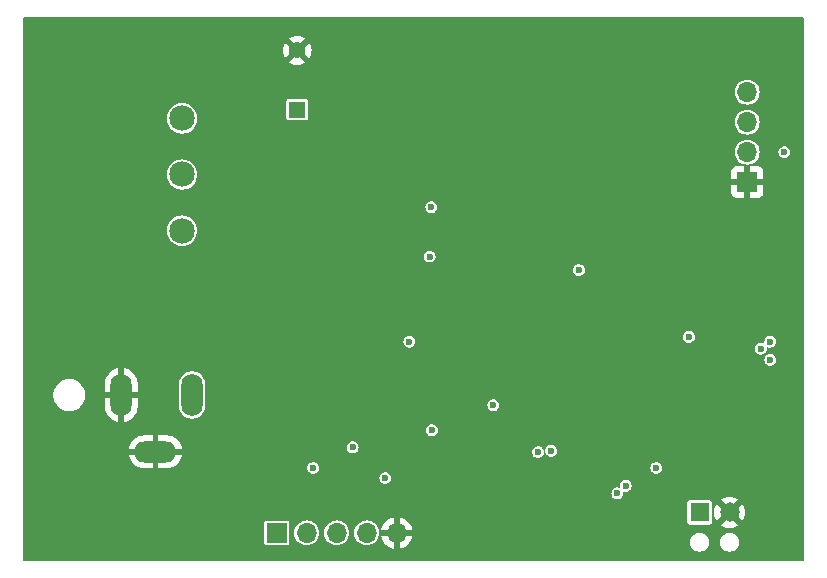
<source format=gbr>
%TF.GenerationSoftware,KiCad,Pcbnew,8.0.3-8.0.3-0~ubuntu24.04.1*%
%TF.CreationDate,2024-07-18T18:47:24-04:00*%
%TF.ProjectId,Power_Supply_Breakout,506f7765-725f-4537-9570-706c795f4272,rev?*%
%TF.SameCoordinates,Original*%
%TF.FileFunction,Copper,L3,Inr*%
%TF.FilePolarity,Positive*%
%FSLAX46Y46*%
G04 Gerber Fmt 4.6, Leading zero omitted, Abs format (unit mm)*
G04 Created by KiCad (PCBNEW 8.0.3-8.0.3-0~ubuntu24.04.1) date 2024-07-18 18:47:24*
%MOMM*%
%LPD*%
G01*
G04 APERTURE LIST*
%TA.AperFunction,ComponentPad*%
%ADD10O,1.800000X3.600000*%
%TD*%
%TA.AperFunction,ComponentPad*%
%ADD11O,3.600000X1.800000*%
%TD*%
%TA.AperFunction,ComponentPad*%
%ADD12R,1.422400X1.422400*%
%TD*%
%TA.AperFunction,ComponentPad*%
%ADD13C,1.422400*%
%TD*%
%TA.AperFunction,ComponentPad*%
%ADD14C,2.159000*%
%TD*%
%TA.AperFunction,ComponentPad*%
%ADD15R,1.700000X1.700000*%
%TD*%
%TA.AperFunction,ComponentPad*%
%ADD16O,1.700000X1.700000*%
%TD*%
%TA.AperFunction,ComponentPad*%
%ADD17R,1.650000X1.650000*%
%TD*%
%TA.AperFunction,ComponentPad*%
%ADD18C,1.650000*%
%TD*%
%TA.AperFunction,ViaPad*%
%ADD19C,0.600000*%
%TD*%
G04 APERTURE END LIST*
D10*
%TO.N,Net-(SW1-B)*%
%TO.C,J1*%
X69448000Y-86821550D03*
%TO.N,GND*%
X63448000Y-86821550D03*
D11*
X66348000Y-91621550D03*
%TD*%
D12*
%TO.N,/24V_INPUT*%
%TO.C,C1*%
X78350000Y-62650000D03*
D13*
%TO.N,GND*%
X78350000Y-57646200D03*
%TD*%
D14*
%TO.N,/24V_INPUT*%
%TO.C,SW1*%
X68600000Y-63399999D03*
%TO.N,Net-(SW1-B)*%
X68600000Y-68150000D03*
%TO.N,unconnected-(SW1-C-Pad3)*%
X68600000Y-72900000D03*
%TD*%
D15*
%TO.N,GND*%
%TO.C,J2*%
X116450000Y-68800000D03*
D16*
%TO.N,/SCL*%
X116450000Y-66260000D03*
%TO.N,/SDA*%
X116450000Y-63720000D03*
%TO.N,+3V3*%
X116450000Y-61180000D03*
%TD*%
D15*
%TO.N,+3V3*%
%TO.C,J4*%
X76610000Y-98500000D03*
D16*
%TO.N,ALERT*%
X79150000Y-98500000D03*
%TO.N,IFLAG*%
X81690000Y-98500000D03*
%TO.N,TFLAG*%
X84230000Y-98500000D03*
%TO.N,GND*%
X86770000Y-98500000D03*
%TD*%
D17*
%TO.N,/OUTPUT*%
%TO.C,J3*%
X112410000Y-96760000D03*
D18*
%TO.N,GND*%
X114950000Y-96760000D03*
%TD*%
D19*
%TO.N,GND*%
X99950000Y-94650000D03*
X98300001Y-85575100D03*
X106050000Y-66000000D03*
X105850000Y-70300000D03*
X101050000Y-80500000D03*
X106850000Y-72650000D03*
X79850000Y-79600000D03*
X105750000Y-69250000D03*
X99850001Y-85575100D03*
X93950000Y-71400000D03*
X97500001Y-87975100D03*
X85000000Y-67300000D03*
X105700000Y-67000000D03*
X88700000Y-66350000D03*
X99100001Y-87175100D03*
X99900001Y-87175100D03*
X97500001Y-85625100D03*
X97550001Y-86375100D03*
X86750000Y-73200000D03*
X102350000Y-94300000D03*
X88500000Y-73200000D03*
X118100000Y-86500000D03*
X107600000Y-84700000D03*
X106750000Y-73750000D03*
X99100001Y-86375100D03*
X92850000Y-80500000D03*
X95800000Y-80350000D03*
X106700000Y-71350000D03*
X98350001Y-87975100D03*
X92800000Y-71350000D03*
X99100001Y-87975100D03*
X98300001Y-87175100D03*
X85200000Y-72900000D03*
X105800000Y-68000000D03*
X99100001Y-85575100D03*
X107650000Y-83150000D03*
X99900001Y-86375100D03*
X76750000Y-79250000D03*
X78350000Y-80800000D03*
X94900000Y-94350000D03*
X80050000Y-66400000D03*
X116950000Y-85150000D03*
X98300001Y-86375100D03*
X97500001Y-87175100D03*
X83450000Y-67300000D03*
X92800000Y-89500000D03*
X103800000Y-94400000D03*
X82400000Y-66250000D03*
X99900001Y-87975100D03*
X118150000Y-88750000D03*
%TO.N,+3V3*%
X85800000Y-93850000D03*
X87850000Y-82300000D03*
X102187500Y-76237500D03*
%TO.N,Net-(D3-K)*%
X89550000Y-75100000D03*
X89705215Y-70916414D03*
%TO.N,TFLAG*%
X99850000Y-91550000D03*
X89750000Y-89800000D03*
%TO.N,IFLAG*%
X98750000Y-91650000D03*
X83050000Y-91250000D03*
%TO.N,/SDA*%
X118400000Y-82300000D03*
X118400000Y-83850000D03*
X106150000Y-94500000D03*
%TO.N,/SCL*%
X119600000Y-66250000D03*
X105450000Y-95150000D03*
X117600000Y-82900000D03*
%TO.N,Net-(U1-'+IN)*%
X94950001Y-87675100D03*
X111500000Y-81900000D03*
%TO.N,ALERT*%
X108750000Y-93000000D03*
X79700000Y-93000000D03*
%TD*%
%TA.AperFunction,Conductor*%
%TO.N,GND*%
G36*
X121235148Y-54864852D02*
G01*
X121249500Y-54899500D01*
X121249500Y-100800500D01*
X121235148Y-100835148D01*
X121200500Y-100849500D01*
X55199500Y-100849500D01*
X55164852Y-100835148D01*
X55150500Y-100800500D01*
X55150500Y-97630252D01*
X75559500Y-97630252D01*
X75559500Y-99369748D01*
X75571133Y-99428231D01*
X75588882Y-99454795D01*
X75615447Y-99494552D01*
X75642012Y-99512301D01*
X75681769Y-99538867D01*
X75740252Y-99550500D01*
X75740255Y-99550500D01*
X77479745Y-99550500D01*
X77479748Y-99550500D01*
X77538231Y-99538867D01*
X77604552Y-99494552D01*
X77648867Y-99428231D01*
X77660500Y-99369748D01*
X77660500Y-98500000D01*
X78094417Y-98500000D01*
X78114700Y-98705934D01*
X78174768Y-98903954D01*
X78272315Y-99086450D01*
X78403590Y-99246410D01*
X78563550Y-99377685D01*
X78746046Y-99475232D01*
X78944066Y-99535300D01*
X79150000Y-99555583D01*
X79355934Y-99535300D01*
X79553954Y-99475232D01*
X79736450Y-99377685D01*
X79896410Y-99246410D01*
X80027685Y-99086450D01*
X80125232Y-98903954D01*
X80185300Y-98705934D01*
X80205583Y-98500000D01*
X80634417Y-98500000D01*
X80654700Y-98705934D01*
X80714768Y-98903954D01*
X80812315Y-99086450D01*
X80943590Y-99246410D01*
X81103550Y-99377685D01*
X81286046Y-99475232D01*
X81484066Y-99535300D01*
X81690000Y-99555583D01*
X81895934Y-99535300D01*
X82093954Y-99475232D01*
X82276450Y-99377685D01*
X82436410Y-99246410D01*
X82567685Y-99086450D01*
X82665232Y-98903954D01*
X82725300Y-98705934D01*
X82745583Y-98500000D01*
X83174417Y-98500000D01*
X83194700Y-98705934D01*
X83254768Y-98903954D01*
X83352315Y-99086450D01*
X83483590Y-99246410D01*
X83643550Y-99377685D01*
X83826046Y-99475232D01*
X84024066Y-99535300D01*
X84230000Y-99555583D01*
X84435934Y-99535300D01*
X84633954Y-99475232D01*
X84816450Y-99377685D01*
X84976410Y-99246410D01*
X85107685Y-99086450D01*
X85205232Y-98903954D01*
X85265300Y-98705934D01*
X85285583Y-98500000D01*
X85265300Y-98294066D01*
X85251933Y-98249999D01*
X85439363Y-98249999D01*
X85439364Y-98250000D01*
X86336988Y-98250000D01*
X86304075Y-98307007D01*
X86270000Y-98434174D01*
X86270000Y-98565826D01*
X86304075Y-98692993D01*
X86336988Y-98750000D01*
X85439363Y-98750000D01*
X85496566Y-98963483D01*
X85496568Y-98963488D01*
X85596398Y-99177577D01*
X85596405Y-99177589D01*
X85731885Y-99371072D01*
X85731891Y-99371079D01*
X85898920Y-99538108D01*
X85898927Y-99538114D01*
X86092410Y-99673594D01*
X86092422Y-99673601D01*
X86306511Y-99773431D01*
X86306516Y-99773433D01*
X86520000Y-99830634D01*
X86520000Y-98933012D01*
X86577007Y-98965925D01*
X86704174Y-99000000D01*
X86835826Y-99000000D01*
X86962993Y-98965925D01*
X87020000Y-98933012D01*
X87020000Y-99830634D01*
X87233483Y-99773433D01*
X87233488Y-99773431D01*
X87447577Y-99673601D01*
X87447589Y-99673594D01*
X87641072Y-99538114D01*
X87641079Y-99538108D01*
X87808108Y-99371079D01*
X87808114Y-99371072D01*
X87913090Y-99221152D01*
X111609500Y-99221152D01*
X111609500Y-99378847D01*
X111640260Y-99533487D01*
X111640263Y-99533498D01*
X111700604Y-99679175D01*
X111700606Y-99679179D01*
X111788211Y-99810289D01*
X111899711Y-99921789D01*
X112030821Y-100009394D01*
X112176503Y-100069737D01*
X112176509Y-100069738D01*
X112176512Y-100069739D01*
X112331152Y-100100499D01*
X112331158Y-100100500D01*
X112488842Y-100100500D01*
X112643497Y-100069737D01*
X112789179Y-100009394D01*
X112920289Y-99921789D01*
X113031789Y-99810289D01*
X113119394Y-99679179D01*
X113179737Y-99533497D01*
X113210500Y-99378842D01*
X113210500Y-99221158D01*
X113210499Y-99221152D01*
X114149500Y-99221152D01*
X114149500Y-99378847D01*
X114180260Y-99533487D01*
X114180263Y-99533498D01*
X114240604Y-99679175D01*
X114240606Y-99679179D01*
X114328211Y-99810289D01*
X114439711Y-99921789D01*
X114570821Y-100009394D01*
X114716503Y-100069737D01*
X114716509Y-100069738D01*
X114716512Y-100069739D01*
X114871152Y-100100499D01*
X114871158Y-100100500D01*
X115028842Y-100100500D01*
X115183497Y-100069737D01*
X115329179Y-100009394D01*
X115460289Y-99921789D01*
X115571789Y-99810289D01*
X115659394Y-99679179D01*
X115719737Y-99533497D01*
X115750500Y-99378842D01*
X115750500Y-99221158D01*
X115719737Y-99066503D01*
X115659394Y-98920821D01*
X115571789Y-98789711D01*
X115460289Y-98678211D01*
X115329179Y-98590606D01*
X115329176Y-98590604D01*
X115329175Y-98590604D01*
X115183498Y-98530263D01*
X115183487Y-98530260D01*
X115028847Y-98499500D01*
X115028842Y-98499500D01*
X114871158Y-98499500D01*
X114871152Y-98499500D01*
X114716512Y-98530260D01*
X114716501Y-98530263D01*
X114570824Y-98590604D01*
X114439711Y-98678210D01*
X114328210Y-98789711D01*
X114240604Y-98920824D01*
X114180263Y-99066501D01*
X114180260Y-99066512D01*
X114149500Y-99221152D01*
X113210499Y-99221152D01*
X113179737Y-99066503D01*
X113119394Y-98920821D01*
X113031789Y-98789711D01*
X112920289Y-98678211D01*
X112789179Y-98590606D01*
X112789176Y-98590604D01*
X112789175Y-98590604D01*
X112643498Y-98530263D01*
X112643487Y-98530260D01*
X112488847Y-98499500D01*
X112488842Y-98499500D01*
X112331158Y-98499500D01*
X112331152Y-98499500D01*
X112176512Y-98530260D01*
X112176501Y-98530263D01*
X112030824Y-98590604D01*
X111899711Y-98678210D01*
X111788210Y-98789711D01*
X111700604Y-98920824D01*
X111640263Y-99066501D01*
X111640260Y-99066512D01*
X111609500Y-99221152D01*
X87913090Y-99221152D01*
X87943594Y-99177589D01*
X87943601Y-99177577D01*
X88043431Y-98963488D01*
X88043433Y-98963483D01*
X88100636Y-98750000D01*
X87203012Y-98750000D01*
X87235925Y-98692993D01*
X87270000Y-98565826D01*
X87270000Y-98434174D01*
X87235925Y-98307007D01*
X87203012Y-98250000D01*
X88100636Y-98250000D01*
X88100636Y-98249999D01*
X88043433Y-98036516D01*
X88043432Y-98036511D01*
X87943601Y-97822423D01*
X87943594Y-97822411D01*
X87808114Y-97628927D01*
X87808108Y-97628920D01*
X87641079Y-97461891D01*
X87641072Y-97461885D01*
X87447589Y-97326405D01*
X87447577Y-97326398D01*
X87233488Y-97226568D01*
X87233483Y-97226566D01*
X87020000Y-97169363D01*
X87020000Y-98066988D01*
X86962993Y-98034075D01*
X86835826Y-98000000D01*
X86704174Y-98000000D01*
X86577007Y-98034075D01*
X86520000Y-98066988D01*
X86520000Y-97169363D01*
X86519999Y-97169363D01*
X86306516Y-97226566D01*
X86306511Y-97226567D01*
X86092423Y-97326398D01*
X86092411Y-97326405D01*
X85898927Y-97461885D01*
X85898920Y-97461891D01*
X85731891Y-97628920D01*
X85731885Y-97628927D01*
X85596405Y-97822411D01*
X85596398Y-97822423D01*
X85496567Y-98036511D01*
X85496566Y-98036516D01*
X85439363Y-98249999D01*
X85251933Y-98249999D01*
X85205232Y-98096046D01*
X85107685Y-97913550D01*
X84976410Y-97753590D01*
X84816450Y-97622315D01*
X84633954Y-97524768D01*
X84435934Y-97464700D01*
X84230000Y-97444417D01*
X84024065Y-97464700D01*
X84024064Y-97464700D01*
X83826043Y-97524769D01*
X83643548Y-97622316D01*
X83483590Y-97753590D01*
X83352316Y-97913548D01*
X83254769Y-98096043D01*
X83194700Y-98294064D01*
X83194700Y-98294065D01*
X83194700Y-98294066D01*
X83174417Y-98500000D01*
X82745583Y-98500000D01*
X82725300Y-98294066D01*
X82665232Y-98096046D01*
X82567685Y-97913550D01*
X82436410Y-97753590D01*
X82276450Y-97622315D01*
X82093954Y-97524768D01*
X81895934Y-97464700D01*
X81690000Y-97444417D01*
X81484065Y-97464700D01*
X81484064Y-97464700D01*
X81286043Y-97524769D01*
X81103548Y-97622316D01*
X80943590Y-97753590D01*
X80812316Y-97913548D01*
X80714769Y-98096043D01*
X80654700Y-98294064D01*
X80654700Y-98294065D01*
X80654700Y-98294066D01*
X80634417Y-98500000D01*
X80205583Y-98500000D01*
X80185300Y-98294066D01*
X80125232Y-98096046D01*
X80027685Y-97913550D01*
X79896410Y-97753590D01*
X79736450Y-97622315D01*
X79553954Y-97524768D01*
X79355934Y-97464700D01*
X79150000Y-97444417D01*
X78944065Y-97464700D01*
X78944064Y-97464700D01*
X78746043Y-97524769D01*
X78563548Y-97622316D01*
X78403590Y-97753590D01*
X78272316Y-97913548D01*
X78174769Y-98096043D01*
X78114700Y-98294064D01*
X78114700Y-98294065D01*
X78114700Y-98294066D01*
X78094417Y-98500000D01*
X77660500Y-98500000D01*
X77660500Y-97630252D01*
X77648867Y-97571769D01*
X77617462Y-97524769D01*
X77604552Y-97505447D01*
X77543569Y-97464700D01*
X77538231Y-97461133D01*
X77479748Y-97449500D01*
X75740252Y-97449500D01*
X75681769Y-97461133D01*
X75615447Y-97505447D01*
X75571133Y-97571769D01*
X75559500Y-97630252D01*
X55150500Y-97630252D01*
X55150500Y-95915252D01*
X111384500Y-95915252D01*
X111384500Y-97604748D01*
X111396133Y-97663231D01*
X111413882Y-97689795D01*
X111440447Y-97729552D01*
X111467012Y-97747301D01*
X111506769Y-97773867D01*
X111565252Y-97785500D01*
X111565255Y-97785500D01*
X113254745Y-97785500D01*
X113254748Y-97785500D01*
X113313231Y-97773867D01*
X113379552Y-97729552D01*
X113423867Y-97663231D01*
X113435500Y-97604748D01*
X113435500Y-96760000D01*
X113619939Y-96760000D01*
X113640146Y-96990965D01*
X113640147Y-96990971D01*
X113700148Y-97214902D01*
X113700150Y-97214906D01*
X113798131Y-97425029D01*
X113798138Y-97425041D01*
X113853021Y-97503421D01*
X113853023Y-97503421D01*
X114426212Y-96930233D01*
X114437482Y-96972292D01*
X114509890Y-97097708D01*
X114612292Y-97200110D01*
X114737708Y-97272518D01*
X114779765Y-97283787D01*
X114206577Y-97856974D01*
X114206577Y-97856977D01*
X114284961Y-97911861D01*
X114284977Y-97911870D01*
X114495093Y-98009849D01*
X114495097Y-98009851D01*
X114719028Y-98069852D01*
X114719034Y-98069853D01*
X114950000Y-98090060D01*
X115180965Y-98069853D01*
X115180971Y-98069852D01*
X115404902Y-98009851D01*
X115404906Y-98009849D01*
X115615022Y-97911870D01*
X115615032Y-97911865D01*
X115693421Y-97856975D01*
X115693421Y-97856974D01*
X115120234Y-97283787D01*
X115162292Y-97272518D01*
X115287708Y-97200110D01*
X115390110Y-97097708D01*
X115462518Y-96972292D01*
X115473787Y-96930234D01*
X116046974Y-97503421D01*
X116046975Y-97503421D01*
X116101865Y-97425032D01*
X116101870Y-97425022D01*
X116199849Y-97214906D01*
X116199851Y-97214902D01*
X116259852Y-96990971D01*
X116259853Y-96990965D01*
X116280060Y-96760000D01*
X116259853Y-96529034D01*
X116259852Y-96529028D01*
X116199851Y-96305099D01*
X116199850Y-96305094D01*
X116101868Y-96094971D01*
X116101860Y-96094959D01*
X116046977Y-96016577D01*
X116046975Y-96016577D01*
X115473787Y-96589765D01*
X115462518Y-96547708D01*
X115390110Y-96422292D01*
X115287708Y-96319890D01*
X115162292Y-96247482D01*
X115120232Y-96236211D01*
X115693421Y-95663023D01*
X115693421Y-95663021D01*
X115615041Y-95608138D01*
X115615029Y-95608131D01*
X115404906Y-95510150D01*
X115404902Y-95510148D01*
X115180971Y-95450147D01*
X115180965Y-95450146D01*
X114950000Y-95429939D01*
X114719034Y-95450146D01*
X114719028Y-95450147D01*
X114495099Y-95510148D01*
X114495094Y-95510149D01*
X114284973Y-95608131D01*
X114284971Y-95608132D01*
X114206577Y-95663023D01*
X114779766Y-96236212D01*
X114737708Y-96247482D01*
X114612292Y-96319890D01*
X114509890Y-96422292D01*
X114437482Y-96547708D01*
X114426212Y-96589766D01*
X113853023Y-96016577D01*
X113798132Y-96094971D01*
X113798131Y-96094973D01*
X113700149Y-96305094D01*
X113700148Y-96305099D01*
X113640147Y-96529028D01*
X113640146Y-96529034D01*
X113619939Y-96760000D01*
X113435500Y-96760000D01*
X113435500Y-95915252D01*
X113423867Y-95856769D01*
X113397301Y-95817012D01*
X113379552Y-95790447D01*
X113339795Y-95763882D01*
X113313231Y-95746133D01*
X113254748Y-95734500D01*
X111565252Y-95734500D01*
X111506769Y-95746133D01*
X111440447Y-95790447D01*
X111396133Y-95856769D01*
X111384500Y-95915252D01*
X55150500Y-95915252D01*
X55150500Y-95149997D01*
X104944353Y-95149997D01*
X104944353Y-95150002D01*
X104964833Y-95292454D01*
X104996935Y-95362746D01*
X105024623Y-95423373D01*
X105024624Y-95423374D01*
X105024625Y-95423376D01*
X105099813Y-95510148D01*
X105118872Y-95532143D01*
X105239947Y-95609953D01*
X105316785Y-95632514D01*
X105378034Y-95650499D01*
X105378037Y-95650499D01*
X105378039Y-95650500D01*
X105378040Y-95650500D01*
X105521960Y-95650500D01*
X105521961Y-95650500D01*
X105521963Y-95650499D01*
X105521965Y-95650499D01*
X105544795Y-95643795D01*
X105660053Y-95609953D01*
X105781128Y-95532143D01*
X105875377Y-95423373D01*
X105935165Y-95292457D01*
X105935165Y-95292455D01*
X105935166Y-95292454D01*
X105955647Y-95150002D01*
X105955647Y-95149998D01*
X105952061Y-95125060D01*
X105938660Y-95031856D01*
X105947934Y-94995521D01*
X105980187Y-94976384D01*
X106000966Y-94977870D01*
X106078034Y-95000499D01*
X106078037Y-95000499D01*
X106078039Y-95000500D01*
X106078040Y-95000500D01*
X106221960Y-95000500D01*
X106221961Y-95000500D01*
X106221963Y-95000499D01*
X106221965Y-95000499D01*
X106244795Y-94993795D01*
X106360053Y-94959953D01*
X106481128Y-94882143D01*
X106575377Y-94773373D01*
X106635165Y-94642457D01*
X106635165Y-94642455D01*
X106635166Y-94642454D01*
X106655647Y-94500002D01*
X106655647Y-94499997D01*
X106635166Y-94357545D01*
X106613431Y-94309953D01*
X106575377Y-94226627D01*
X106481128Y-94117857D01*
X106360053Y-94040047D01*
X106360050Y-94040046D01*
X106221965Y-93999500D01*
X106221961Y-93999500D01*
X106078039Y-93999500D01*
X106078034Y-93999500D01*
X105939949Y-94040046D01*
X105818871Y-94117857D01*
X105724625Y-94226623D01*
X105724624Y-94226625D01*
X105664833Y-94357545D01*
X105644353Y-94499997D01*
X105644353Y-94500002D01*
X105661338Y-94618141D01*
X105652063Y-94654479D01*
X105619810Y-94673615D01*
X105599032Y-94672129D01*
X105521965Y-94649500D01*
X105521961Y-94649500D01*
X105378039Y-94649500D01*
X105378034Y-94649500D01*
X105239949Y-94690046D01*
X105118871Y-94767857D01*
X105024625Y-94876623D01*
X105024624Y-94876625D01*
X104964833Y-95007545D01*
X104944353Y-95149997D01*
X55150500Y-95149997D01*
X55150500Y-93849997D01*
X85294353Y-93849997D01*
X85294353Y-93850002D01*
X85314833Y-93992454D01*
X85318051Y-93999500D01*
X85374623Y-94123373D01*
X85374624Y-94123374D01*
X85374625Y-94123376D01*
X85464089Y-94226623D01*
X85468872Y-94232143D01*
X85589947Y-94309953D01*
X85666785Y-94332514D01*
X85728034Y-94350499D01*
X85728037Y-94350499D01*
X85728039Y-94350500D01*
X85728040Y-94350500D01*
X85871960Y-94350500D01*
X85871961Y-94350500D01*
X85871963Y-94350499D01*
X85871965Y-94350499D01*
X85894795Y-94343795D01*
X86010053Y-94309953D01*
X86131128Y-94232143D01*
X86225377Y-94123373D01*
X86285165Y-93992457D01*
X86285165Y-93992455D01*
X86285166Y-93992454D01*
X86305647Y-93850002D01*
X86305647Y-93849997D01*
X86285166Y-93707545D01*
X86280751Y-93697879D01*
X86225377Y-93576627D01*
X86131128Y-93467857D01*
X86010053Y-93390047D01*
X86010050Y-93390046D01*
X85871965Y-93349500D01*
X85871961Y-93349500D01*
X85728039Y-93349500D01*
X85728034Y-93349500D01*
X85589949Y-93390046D01*
X85468871Y-93467857D01*
X85374625Y-93576623D01*
X85374624Y-93576625D01*
X85314833Y-93707545D01*
X85294353Y-93849997D01*
X55150500Y-93849997D01*
X55150500Y-91371549D01*
X64070144Y-91371549D01*
X64070145Y-91371550D01*
X64932314Y-91371550D01*
X64927920Y-91375944D01*
X64875259Y-91467156D01*
X64848000Y-91568889D01*
X64848000Y-91674211D01*
X64875259Y-91775944D01*
X64927920Y-91867156D01*
X64932314Y-91871550D01*
X64070145Y-91871550D01*
X64082472Y-91949381D01*
X64082473Y-91949384D01*
X64150568Y-92158961D01*
X64250613Y-92355309D01*
X64380141Y-92533590D01*
X64380145Y-92533595D01*
X64535955Y-92689405D01*
X64535959Y-92689408D01*
X64714240Y-92818936D01*
X64910588Y-92918981D01*
X65120165Y-92987076D01*
X65120168Y-92987077D01*
X65337819Y-93021550D01*
X66098000Y-93021550D01*
X66098000Y-92021550D01*
X66598000Y-92021550D01*
X66598000Y-93021550D01*
X67358181Y-93021550D01*
X67494259Y-92999997D01*
X79194353Y-92999997D01*
X79194353Y-93000002D01*
X79214833Y-93142454D01*
X79246935Y-93212746D01*
X79274623Y-93273373D01*
X79274624Y-93273374D01*
X79274625Y-93273376D01*
X79340587Y-93349500D01*
X79368872Y-93382143D01*
X79489947Y-93459953D01*
X79566785Y-93482514D01*
X79628034Y-93500499D01*
X79628037Y-93500499D01*
X79628039Y-93500500D01*
X79628040Y-93500500D01*
X79771960Y-93500500D01*
X79771961Y-93500500D01*
X79771963Y-93500499D01*
X79771965Y-93500499D01*
X79794795Y-93493795D01*
X79910053Y-93459953D01*
X80031128Y-93382143D01*
X80125377Y-93273373D01*
X80185165Y-93142457D01*
X80185165Y-93142455D01*
X80185166Y-93142454D01*
X80205647Y-93000002D01*
X80205647Y-92999997D01*
X108244353Y-92999997D01*
X108244353Y-93000002D01*
X108264833Y-93142454D01*
X108296935Y-93212746D01*
X108324623Y-93273373D01*
X108324624Y-93273374D01*
X108324625Y-93273376D01*
X108390587Y-93349500D01*
X108418872Y-93382143D01*
X108539947Y-93459953D01*
X108616785Y-93482514D01*
X108678034Y-93500499D01*
X108678037Y-93500499D01*
X108678039Y-93500500D01*
X108678040Y-93500500D01*
X108821960Y-93500500D01*
X108821961Y-93500500D01*
X108821963Y-93500499D01*
X108821965Y-93500499D01*
X108844795Y-93493795D01*
X108960053Y-93459953D01*
X109081128Y-93382143D01*
X109175377Y-93273373D01*
X109235165Y-93142457D01*
X109235165Y-93142455D01*
X109235166Y-93142454D01*
X109255647Y-93000002D01*
X109255647Y-92999997D01*
X109235166Y-92857545D01*
X109230751Y-92847879D01*
X109175377Y-92726627D01*
X109143124Y-92689405D01*
X109081128Y-92617857D01*
X108960053Y-92540047D01*
X108960050Y-92540046D01*
X108821965Y-92499500D01*
X108821961Y-92499500D01*
X108678039Y-92499500D01*
X108678034Y-92499500D01*
X108539949Y-92540046D01*
X108418871Y-92617857D01*
X108324625Y-92726623D01*
X108324624Y-92726625D01*
X108264833Y-92857545D01*
X108244353Y-92999997D01*
X80205647Y-92999997D01*
X80185166Y-92857545D01*
X80180751Y-92847879D01*
X80125377Y-92726627D01*
X80093124Y-92689405D01*
X80031128Y-92617857D01*
X79910053Y-92540047D01*
X79910050Y-92540046D01*
X79771965Y-92499500D01*
X79771961Y-92499500D01*
X79628039Y-92499500D01*
X79628034Y-92499500D01*
X79489949Y-92540046D01*
X79368871Y-92617857D01*
X79274625Y-92726623D01*
X79274624Y-92726625D01*
X79214833Y-92857545D01*
X79194353Y-92999997D01*
X67494259Y-92999997D01*
X67575831Y-92987077D01*
X67575834Y-92987076D01*
X67785411Y-92918981D01*
X67981759Y-92818936D01*
X68160040Y-92689408D01*
X68160045Y-92689405D01*
X68315855Y-92533595D01*
X68315858Y-92533590D01*
X68445386Y-92355309D01*
X68545431Y-92158961D01*
X68613526Y-91949384D01*
X68613527Y-91949381D01*
X68625855Y-91871550D01*
X67763686Y-91871550D01*
X67768080Y-91867156D01*
X67820741Y-91775944D01*
X67848000Y-91674211D01*
X67848000Y-91568889D01*
X67820741Y-91467156D01*
X67768080Y-91375944D01*
X67763686Y-91371550D01*
X68625855Y-91371550D01*
X68625855Y-91371549D01*
X68613527Y-91293718D01*
X68613526Y-91293715D01*
X68599321Y-91249997D01*
X82544353Y-91249997D01*
X82544353Y-91250002D01*
X82564833Y-91392454D01*
X82596935Y-91462746D01*
X82624623Y-91523373D01*
X82624624Y-91523374D01*
X82624625Y-91523376D01*
X82718871Y-91632142D01*
X82718872Y-91632143D01*
X82839947Y-91709953D01*
X82916785Y-91732514D01*
X82978034Y-91750499D01*
X82978037Y-91750499D01*
X82978039Y-91750500D01*
X82978040Y-91750500D01*
X83121960Y-91750500D01*
X83121961Y-91750500D01*
X83121963Y-91750499D01*
X83121965Y-91750499D01*
X83144795Y-91743795D01*
X83260053Y-91709953D01*
X83353347Y-91649997D01*
X98244353Y-91649997D01*
X98244353Y-91650002D01*
X98264833Y-91792454D01*
X98278954Y-91823373D01*
X98324623Y-91923373D01*
X98324624Y-91923374D01*
X98324625Y-91923376D01*
X98347161Y-91949384D01*
X98418872Y-92032143D01*
X98539947Y-92109953D01*
X98616785Y-92132514D01*
X98678034Y-92150499D01*
X98678037Y-92150499D01*
X98678039Y-92150500D01*
X98678040Y-92150500D01*
X98821960Y-92150500D01*
X98821961Y-92150500D01*
X98821963Y-92150499D01*
X98821965Y-92150499D01*
X98844795Y-92143795D01*
X98960053Y-92109953D01*
X99081128Y-92032143D01*
X99175377Y-91923373D01*
X99235165Y-91792457D01*
X99235165Y-91792455D01*
X99235166Y-91792454D01*
X99255647Y-91650002D01*
X99255647Y-91649997D01*
X99241270Y-91549997D01*
X99344353Y-91549997D01*
X99344353Y-91550002D01*
X99364833Y-91692454D01*
X99372825Y-91709953D01*
X99424623Y-91823373D01*
X99424624Y-91823374D01*
X99424625Y-91823376D01*
X99466368Y-91871550D01*
X99518872Y-91932143D01*
X99639947Y-92009953D01*
X99715517Y-92032142D01*
X99778034Y-92050499D01*
X99778037Y-92050499D01*
X99778039Y-92050500D01*
X99778040Y-92050500D01*
X99921960Y-92050500D01*
X99921961Y-92050500D01*
X99921963Y-92050499D01*
X99921965Y-92050499D01*
X99944795Y-92043795D01*
X100060053Y-92009953D01*
X100181128Y-91932143D01*
X100275377Y-91823373D01*
X100335165Y-91692457D01*
X100335165Y-91692455D01*
X100335166Y-91692454D01*
X100355647Y-91550002D01*
X100355647Y-91549997D01*
X100335166Y-91407545D01*
X100318727Y-91371549D01*
X100275377Y-91276627D01*
X100252306Y-91250002D01*
X100181128Y-91167857D01*
X100152564Y-91149500D01*
X100060053Y-91090047D01*
X100039929Y-91084138D01*
X99921965Y-91049500D01*
X99921961Y-91049500D01*
X99778039Y-91049500D01*
X99778034Y-91049500D01*
X99639949Y-91090046D01*
X99518871Y-91167857D01*
X99424625Y-91276623D01*
X99424624Y-91276625D01*
X99364833Y-91407545D01*
X99344353Y-91549997D01*
X99241270Y-91549997D01*
X99235166Y-91507545D01*
X99230751Y-91497879D01*
X99175377Y-91376627D01*
X99174785Y-91375944D01*
X99081128Y-91267857D01*
X99053337Y-91249997D01*
X98960053Y-91190047D01*
X98960050Y-91190046D01*
X98821965Y-91149500D01*
X98821961Y-91149500D01*
X98678039Y-91149500D01*
X98678034Y-91149500D01*
X98539949Y-91190046D01*
X98418871Y-91267857D01*
X98324625Y-91376623D01*
X98324624Y-91376625D01*
X98264833Y-91507545D01*
X98244353Y-91649997D01*
X83353347Y-91649997D01*
X83381128Y-91632143D01*
X83475377Y-91523373D01*
X83535165Y-91392457D01*
X83535165Y-91392455D01*
X83535166Y-91392454D01*
X83555647Y-91250002D01*
X83555647Y-91249997D01*
X83535166Y-91107545D01*
X83508657Y-91049500D01*
X83475377Y-90976627D01*
X83381128Y-90867857D01*
X83260053Y-90790047D01*
X83260050Y-90790046D01*
X83121965Y-90749500D01*
X83121961Y-90749500D01*
X82978039Y-90749500D01*
X82978034Y-90749500D01*
X82839949Y-90790046D01*
X82718871Y-90867857D01*
X82624625Y-90976623D01*
X82624624Y-90976625D01*
X82564833Y-91107545D01*
X82544353Y-91249997D01*
X68599321Y-91249997D01*
X68545431Y-91084138D01*
X68445386Y-90887790D01*
X68315858Y-90709509D01*
X68315855Y-90709505D01*
X68160045Y-90553695D01*
X68160040Y-90553691D01*
X67981759Y-90424163D01*
X67785411Y-90324118D01*
X67575834Y-90256023D01*
X67575831Y-90256022D01*
X67358181Y-90221550D01*
X66598000Y-90221550D01*
X66598000Y-91221550D01*
X66098000Y-91221550D01*
X66098000Y-90221550D01*
X65337819Y-90221550D01*
X65120168Y-90256022D01*
X65120165Y-90256023D01*
X64910588Y-90324118D01*
X64714240Y-90424163D01*
X64535959Y-90553691D01*
X64380141Y-90709509D01*
X64250613Y-90887790D01*
X64150568Y-91084138D01*
X64082473Y-91293715D01*
X64082472Y-91293718D01*
X64070144Y-91371549D01*
X55150500Y-91371549D01*
X55150500Y-89799997D01*
X89244353Y-89799997D01*
X89244353Y-89800002D01*
X89264833Y-89942454D01*
X89296935Y-90012746D01*
X89324623Y-90073373D01*
X89324624Y-90073374D01*
X89324625Y-90073376D01*
X89418871Y-90182142D01*
X89418872Y-90182143D01*
X89539947Y-90259953D01*
X89616785Y-90282514D01*
X89678034Y-90300499D01*
X89678037Y-90300499D01*
X89678039Y-90300500D01*
X89678040Y-90300500D01*
X89821960Y-90300500D01*
X89821961Y-90300500D01*
X89821963Y-90300499D01*
X89821965Y-90300499D01*
X89844795Y-90293795D01*
X89960053Y-90259953D01*
X90081128Y-90182143D01*
X90175377Y-90073373D01*
X90235165Y-89942457D01*
X90235165Y-89942455D01*
X90235166Y-89942454D01*
X90255647Y-89800002D01*
X90255647Y-89799997D01*
X90235166Y-89657545D01*
X90230751Y-89647879D01*
X90175377Y-89526627D01*
X90081128Y-89417857D01*
X89960053Y-89340047D01*
X89960050Y-89340046D01*
X89821965Y-89299500D01*
X89821961Y-89299500D01*
X89678039Y-89299500D01*
X89678034Y-89299500D01*
X89539949Y-89340046D01*
X89418871Y-89417857D01*
X89324625Y-89526623D01*
X89324624Y-89526625D01*
X89264833Y-89657545D01*
X89244353Y-89799997D01*
X55150500Y-89799997D01*
X55150500Y-86715263D01*
X57697500Y-86715263D01*
X57697500Y-86927836D01*
X57730753Y-87137790D01*
X57730754Y-87137793D01*
X57796443Y-87339963D01*
X57892947Y-87529363D01*
X57892952Y-87529371D01*
X58017897Y-87701343D01*
X58017901Y-87701348D01*
X58168202Y-87851649D01*
X58168206Y-87851652D01*
X58168208Y-87851654D01*
X58340184Y-87976601D01*
X58529588Y-88073107D01*
X58731757Y-88138796D01*
X58941713Y-88172050D01*
X58941714Y-88172050D01*
X59154286Y-88172050D01*
X59154287Y-88172050D01*
X59364243Y-88138796D01*
X59566412Y-88073107D01*
X59755816Y-87976601D01*
X59927792Y-87851654D01*
X59927795Y-87851650D01*
X59927798Y-87851649D01*
X60078099Y-87701348D01*
X60078100Y-87701345D01*
X60078104Y-87701342D01*
X60203051Y-87529366D01*
X60299557Y-87339962D01*
X60365246Y-87137793D01*
X60398500Y-86927837D01*
X60398500Y-86715263D01*
X60365246Y-86505307D01*
X60299557Y-86303138D01*
X60203051Y-86113734D01*
X60078104Y-85941758D01*
X60078102Y-85941756D01*
X60078099Y-85941752D01*
X59947715Y-85811368D01*
X62048000Y-85811368D01*
X62048000Y-86571550D01*
X63048000Y-86571550D01*
X63048000Y-87071550D01*
X62048000Y-87071550D01*
X62048000Y-87831731D01*
X62082472Y-88049381D01*
X62082473Y-88049384D01*
X62150568Y-88258961D01*
X62250613Y-88455309D01*
X62380141Y-88633590D01*
X62380145Y-88633595D01*
X62535955Y-88789405D01*
X62535959Y-88789408D01*
X62714240Y-88918936D01*
X62910588Y-89018981D01*
X63120165Y-89087077D01*
X63197999Y-89099403D01*
X63198000Y-89099403D01*
X63198000Y-88237236D01*
X63202394Y-88241630D01*
X63293606Y-88294291D01*
X63395339Y-88321550D01*
X63500661Y-88321550D01*
X63602394Y-88294291D01*
X63693606Y-88241630D01*
X63698000Y-88237236D01*
X63698000Y-89099403D01*
X63775834Y-89087077D01*
X63985411Y-89018981D01*
X64181759Y-88918936D01*
X64360040Y-88789408D01*
X64360045Y-88789405D01*
X64515855Y-88633595D01*
X64515858Y-88633590D01*
X64645386Y-88455309D01*
X64745431Y-88258961D01*
X64813526Y-88049384D01*
X64813527Y-88049381D01*
X64848000Y-87831731D01*
X64848000Y-87071550D01*
X63848000Y-87071550D01*
X63848000Y-86571550D01*
X64848000Y-86571550D01*
X64848000Y-85834939D01*
X68347500Y-85834939D01*
X68347500Y-87808160D01*
X68374597Y-87979248D01*
X68374598Y-87979251D01*
X68428127Y-88143996D01*
X68506764Y-88298332D01*
X68506767Y-88298336D01*
X68506768Y-88298338D01*
X68608586Y-88438478D01*
X68608588Y-88438480D01*
X68608591Y-88438484D01*
X68731065Y-88560958D01*
X68731068Y-88560960D01*
X68731072Y-88560964D01*
X68871212Y-88662782D01*
X68871214Y-88662783D01*
X68871217Y-88662785D01*
X69025553Y-88741422D01*
X69025555Y-88741423D01*
X69190299Y-88794952D01*
X69361389Y-88822050D01*
X69361390Y-88822050D01*
X69534610Y-88822050D01*
X69534611Y-88822050D01*
X69705701Y-88794952D01*
X69870445Y-88741423D01*
X70024788Y-88662782D01*
X70164928Y-88560964D01*
X70287414Y-88438478D01*
X70389232Y-88298338D01*
X70467873Y-88143995D01*
X70521402Y-87979251D01*
X70548500Y-87808161D01*
X70548500Y-87675097D01*
X94444354Y-87675097D01*
X94444354Y-87675102D01*
X94464834Y-87817554D01*
X94496936Y-87887846D01*
X94524624Y-87948473D01*
X94524625Y-87948474D01*
X94524626Y-87948476D01*
X94612063Y-88049384D01*
X94618873Y-88057243D01*
X94739948Y-88135053D01*
X94816786Y-88157614D01*
X94878035Y-88175599D01*
X94878038Y-88175599D01*
X94878040Y-88175600D01*
X94878041Y-88175600D01*
X95021961Y-88175600D01*
X95021962Y-88175600D01*
X95021964Y-88175599D01*
X95021966Y-88175599D01*
X95050720Y-88167156D01*
X95160054Y-88135053D01*
X95281129Y-88057243D01*
X95375378Y-87948473D01*
X95435166Y-87817557D01*
X95435166Y-87817555D01*
X95435167Y-87817554D01*
X95455648Y-87675102D01*
X95455648Y-87675097D01*
X95435167Y-87532645D01*
X95430752Y-87522979D01*
X95375378Y-87401727D01*
X95281129Y-87292957D01*
X95160054Y-87215147D01*
X95160051Y-87215146D01*
X95021966Y-87174600D01*
X95021962Y-87174600D01*
X94878040Y-87174600D01*
X94878035Y-87174600D01*
X94739950Y-87215146D01*
X94618872Y-87292957D01*
X94524626Y-87401723D01*
X94524625Y-87401725D01*
X94464834Y-87532645D01*
X94444354Y-87675097D01*
X70548500Y-87675097D01*
X70548500Y-85834939D01*
X70521402Y-85663849D01*
X70467873Y-85499105D01*
X70389232Y-85344762D01*
X70287414Y-85204622D01*
X70287410Y-85204618D01*
X70287408Y-85204615D01*
X70164934Y-85082141D01*
X70164935Y-85082141D01*
X70024782Y-84980314D01*
X69870446Y-84901677D01*
X69705701Y-84848148D01*
X69705698Y-84848147D01*
X69574271Y-84827331D01*
X69534611Y-84821050D01*
X69361389Y-84821050D01*
X69329192Y-84826149D01*
X69190301Y-84848147D01*
X69190298Y-84848148D01*
X69025553Y-84901677D01*
X68871217Y-84980314D01*
X68731065Y-85082141D01*
X68608591Y-85204615D01*
X68506764Y-85344767D01*
X68428127Y-85499103D01*
X68374598Y-85663848D01*
X68374597Y-85663851D01*
X68347500Y-85834939D01*
X64848000Y-85834939D01*
X64848000Y-85811368D01*
X64813527Y-85593718D01*
X64813526Y-85593715D01*
X64745431Y-85384138D01*
X64645386Y-85187790D01*
X64515858Y-85009509D01*
X64515855Y-85009505D01*
X64360045Y-84853695D01*
X64360040Y-84853691D01*
X64181759Y-84724163D01*
X63985411Y-84624118D01*
X63775834Y-84556023D01*
X63775831Y-84556022D01*
X63698000Y-84543694D01*
X63698000Y-85405864D01*
X63693606Y-85401470D01*
X63602394Y-85348809D01*
X63500661Y-85321550D01*
X63395339Y-85321550D01*
X63293606Y-85348809D01*
X63202394Y-85401470D01*
X63198000Y-85405864D01*
X63198000Y-84543694D01*
X63197999Y-84543694D01*
X63120168Y-84556022D01*
X63120165Y-84556023D01*
X62910588Y-84624118D01*
X62714240Y-84724163D01*
X62535959Y-84853691D01*
X62380141Y-85009509D01*
X62250613Y-85187790D01*
X62150568Y-85384138D01*
X62082473Y-85593715D01*
X62082472Y-85593718D01*
X62048000Y-85811368D01*
X59947715Y-85811368D01*
X59927798Y-85791451D01*
X59927793Y-85791447D01*
X59755821Y-85666502D01*
X59755813Y-85666497D01*
X59566413Y-85569993D01*
X59364243Y-85504304D01*
X59364240Y-85504303D01*
X59185186Y-85475944D01*
X59154287Y-85471050D01*
X58941713Y-85471050D01*
X58910814Y-85475944D01*
X58731759Y-85504303D01*
X58731756Y-85504304D01*
X58529586Y-85569993D01*
X58340186Y-85666497D01*
X58340178Y-85666502D01*
X58168206Y-85791447D01*
X58017897Y-85941756D01*
X57892952Y-86113728D01*
X57892947Y-86113736D01*
X57796443Y-86303136D01*
X57730754Y-86505306D01*
X57730753Y-86505309D01*
X57697500Y-86715263D01*
X55150500Y-86715263D01*
X55150500Y-83849997D01*
X117894353Y-83849997D01*
X117894353Y-83850002D01*
X117914833Y-83992454D01*
X117946935Y-84062746D01*
X117974623Y-84123373D01*
X117974624Y-84123374D01*
X117974625Y-84123376D01*
X118068871Y-84232142D01*
X118068872Y-84232143D01*
X118189947Y-84309953D01*
X118266785Y-84332514D01*
X118328034Y-84350499D01*
X118328037Y-84350499D01*
X118328039Y-84350500D01*
X118328040Y-84350500D01*
X118471960Y-84350500D01*
X118471961Y-84350500D01*
X118471963Y-84350499D01*
X118471965Y-84350499D01*
X118494795Y-84343795D01*
X118610053Y-84309953D01*
X118731128Y-84232143D01*
X118825377Y-84123373D01*
X118885165Y-83992457D01*
X118885165Y-83992455D01*
X118885166Y-83992454D01*
X118905647Y-83850002D01*
X118905647Y-83849997D01*
X118885166Y-83707545D01*
X118880751Y-83697879D01*
X118825377Y-83576627D01*
X118731128Y-83467857D01*
X118610053Y-83390047D01*
X118610050Y-83390046D01*
X118471965Y-83349500D01*
X118471961Y-83349500D01*
X118328039Y-83349500D01*
X118328034Y-83349500D01*
X118189949Y-83390046D01*
X118189947Y-83390046D01*
X118189947Y-83390047D01*
X118173682Y-83400500D01*
X118068871Y-83467857D01*
X117974625Y-83576623D01*
X117974624Y-83576625D01*
X117914833Y-83707545D01*
X117894353Y-83849997D01*
X55150500Y-83849997D01*
X55150500Y-82899997D01*
X117094353Y-82899997D01*
X117094353Y-82900002D01*
X117114833Y-83042454D01*
X117146935Y-83112746D01*
X117174623Y-83173373D01*
X117174624Y-83173374D01*
X117174625Y-83173376D01*
X117268871Y-83282142D01*
X117268872Y-83282143D01*
X117389947Y-83359953D01*
X117466785Y-83382514D01*
X117528034Y-83400499D01*
X117528037Y-83400499D01*
X117528039Y-83400500D01*
X117528040Y-83400500D01*
X117671960Y-83400500D01*
X117671961Y-83400500D01*
X117671963Y-83400499D01*
X117671965Y-83400499D01*
X117707564Y-83390046D01*
X117810053Y-83359953D01*
X117931128Y-83282143D01*
X118025377Y-83173373D01*
X118085165Y-83042457D01*
X118085165Y-83042455D01*
X118085166Y-83042454D01*
X118105647Y-82900002D01*
X118105647Y-82899997D01*
X118090149Y-82792206D01*
X118099423Y-82755868D01*
X118131677Y-82736732D01*
X118165140Y-82744010D01*
X118189947Y-82759953D01*
X118243175Y-82775582D01*
X118328034Y-82800499D01*
X118328037Y-82800499D01*
X118328039Y-82800500D01*
X118328040Y-82800500D01*
X118471960Y-82800500D01*
X118471961Y-82800500D01*
X118471963Y-82800499D01*
X118471965Y-82800499D01*
X118500208Y-82792206D01*
X118610053Y-82759953D01*
X118731128Y-82682143D01*
X118825377Y-82573373D01*
X118885165Y-82442457D01*
X118885165Y-82442455D01*
X118885166Y-82442454D01*
X118905647Y-82300002D01*
X118905647Y-82299997D01*
X118885166Y-82157545D01*
X118880751Y-82147879D01*
X118825377Y-82026627D01*
X118731128Y-81917857D01*
X118610053Y-81840047D01*
X118610050Y-81840046D01*
X118471965Y-81799500D01*
X118471961Y-81799500D01*
X118328039Y-81799500D01*
X118328034Y-81799500D01*
X118189949Y-81840046D01*
X118068871Y-81917857D01*
X117974625Y-82026623D01*
X117974624Y-82026625D01*
X117914833Y-82157545D01*
X117894353Y-82299997D01*
X117894353Y-82300002D01*
X117909850Y-82407793D01*
X117900575Y-82444131D01*
X117868322Y-82463267D01*
X117834858Y-82455988D01*
X117810051Y-82440046D01*
X117671965Y-82399500D01*
X117671961Y-82399500D01*
X117528039Y-82399500D01*
X117528034Y-82399500D01*
X117389949Y-82440046D01*
X117389947Y-82440046D01*
X117389947Y-82440047D01*
X117365142Y-82455988D01*
X117268871Y-82517857D01*
X117174625Y-82626623D01*
X117174624Y-82626625D01*
X117114833Y-82757545D01*
X117094353Y-82899997D01*
X55150500Y-82899997D01*
X55150500Y-82299997D01*
X87344353Y-82299997D01*
X87344353Y-82300002D01*
X87364833Y-82442454D01*
X87396935Y-82512746D01*
X87424623Y-82573373D01*
X87424624Y-82573374D01*
X87424625Y-82573376D01*
X87470767Y-82626627D01*
X87518872Y-82682143D01*
X87639947Y-82759953D01*
X87716785Y-82782514D01*
X87778034Y-82800499D01*
X87778037Y-82800499D01*
X87778039Y-82800500D01*
X87778040Y-82800500D01*
X87921960Y-82800500D01*
X87921961Y-82800500D01*
X87921963Y-82800499D01*
X87921965Y-82800499D01*
X87950208Y-82792206D01*
X88060053Y-82759953D01*
X88181128Y-82682143D01*
X88275377Y-82573373D01*
X88335165Y-82442457D01*
X88335165Y-82442455D01*
X88335166Y-82442454D01*
X88355647Y-82300002D01*
X88355647Y-82299997D01*
X88335166Y-82157545D01*
X88330751Y-82147879D01*
X88275377Y-82026627D01*
X88181128Y-81917857D01*
X88153337Y-81899997D01*
X110994353Y-81899997D01*
X110994353Y-81900002D01*
X111014833Y-82042454D01*
X111046935Y-82112746D01*
X111074623Y-82173373D01*
X111074624Y-82173374D01*
X111074625Y-82173376D01*
X111168871Y-82282142D01*
X111168872Y-82282143D01*
X111289947Y-82359953D01*
X111366785Y-82382514D01*
X111428034Y-82400499D01*
X111428037Y-82400499D01*
X111428039Y-82400500D01*
X111428040Y-82400500D01*
X111571960Y-82400500D01*
X111571961Y-82400500D01*
X111571963Y-82400499D01*
X111571965Y-82400499D01*
X111594795Y-82393795D01*
X111710053Y-82359953D01*
X111831128Y-82282143D01*
X111925377Y-82173373D01*
X111985165Y-82042457D01*
X111985165Y-82042455D01*
X111985166Y-82042454D01*
X112005647Y-81900002D01*
X112005647Y-81899997D01*
X111985166Y-81757545D01*
X111980751Y-81747879D01*
X111925377Y-81626627D01*
X111831128Y-81517857D01*
X111710053Y-81440047D01*
X111710050Y-81440046D01*
X111571965Y-81399500D01*
X111571961Y-81399500D01*
X111428039Y-81399500D01*
X111428034Y-81399500D01*
X111289949Y-81440046D01*
X111168871Y-81517857D01*
X111074625Y-81626623D01*
X111074624Y-81626625D01*
X111014833Y-81757545D01*
X110994353Y-81899997D01*
X88153337Y-81899997D01*
X88060053Y-81840047D01*
X88060050Y-81840046D01*
X87921965Y-81799500D01*
X87921961Y-81799500D01*
X87778039Y-81799500D01*
X87778034Y-81799500D01*
X87639949Y-81840046D01*
X87518871Y-81917857D01*
X87424625Y-82026623D01*
X87424624Y-82026625D01*
X87364833Y-82157545D01*
X87344353Y-82299997D01*
X55150500Y-82299997D01*
X55150500Y-76237497D01*
X101681853Y-76237497D01*
X101681853Y-76237502D01*
X101702333Y-76379954D01*
X101734435Y-76450246D01*
X101762123Y-76510873D01*
X101762124Y-76510874D01*
X101762125Y-76510876D01*
X101856371Y-76619642D01*
X101856372Y-76619643D01*
X101977447Y-76697453D01*
X102054285Y-76720014D01*
X102115534Y-76737999D01*
X102115537Y-76737999D01*
X102115539Y-76738000D01*
X102115540Y-76738000D01*
X102259460Y-76738000D01*
X102259461Y-76738000D01*
X102259463Y-76737999D01*
X102259465Y-76737999D01*
X102282295Y-76731295D01*
X102397553Y-76697453D01*
X102518628Y-76619643D01*
X102612877Y-76510873D01*
X102672665Y-76379957D01*
X102672665Y-76379955D01*
X102672666Y-76379954D01*
X102693147Y-76237502D01*
X102693147Y-76237497D01*
X102672666Y-76095045D01*
X102668251Y-76085379D01*
X102612877Y-75964127D01*
X102518628Y-75855357D01*
X102397553Y-75777547D01*
X102397550Y-75777546D01*
X102259465Y-75737000D01*
X102259461Y-75737000D01*
X102115539Y-75737000D01*
X102115534Y-75737000D01*
X101977449Y-75777546D01*
X101856371Y-75855357D01*
X101762125Y-75964123D01*
X101762124Y-75964125D01*
X101702333Y-76095045D01*
X101681853Y-76237497D01*
X55150500Y-76237497D01*
X55150500Y-75099997D01*
X89044353Y-75099997D01*
X89044353Y-75100002D01*
X89064833Y-75242454D01*
X89096935Y-75312746D01*
X89124623Y-75373373D01*
X89124624Y-75373374D01*
X89124625Y-75373376D01*
X89218871Y-75482142D01*
X89218872Y-75482143D01*
X89339947Y-75559953D01*
X89416785Y-75582514D01*
X89478034Y-75600499D01*
X89478037Y-75600499D01*
X89478039Y-75600500D01*
X89478040Y-75600500D01*
X89621960Y-75600500D01*
X89621961Y-75600500D01*
X89621963Y-75600499D01*
X89621965Y-75600499D01*
X89644795Y-75593795D01*
X89760053Y-75559953D01*
X89881128Y-75482143D01*
X89975377Y-75373373D01*
X90035165Y-75242457D01*
X90035165Y-75242455D01*
X90035166Y-75242454D01*
X90055647Y-75100002D01*
X90055647Y-75099997D01*
X90035166Y-74957545D01*
X90030751Y-74947879D01*
X89975377Y-74826627D01*
X89881128Y-74717857D01*
X89760053Y-74640047D01*
X89760050Y-74640046D01*
X89621965Y-74599500D01*
X89621961Y-74599500D01*
X89478039Y-74599500D01*
X89478034Y-74599500D01*
X89339949Y-74640046D01*
X89218871Y-74717857D01*
X89124625Y-74826623D01*
X89124624Y-74826625D01*
X89064833Y-74957545D01*
X89044353Y-75099997D01*
X55150500Y-75099997D01*
X55150500Y-72900000D01*
X67315111Y-72900000D01*
X67334631Y-73123121D01*
X67334632Y-73123127D01*
X67392596Y-73339450D01*
X67392598Y-73339455D01*
X67487251Y-73542443D01*
X67487258Y-73542455D01*
X67615713Y-73725905D01*
X67615719Y-73725912D01*
X67774087Y-73884280D01*
X67774094Y-73884286D01*
X67957544Y-74012741D01*
X67957556Y-74012748D01*
X68031437Y-74047199D01*
X68160542Y-74107401D01*
X68160548Y-74107402D01*
X68160549Y-74107403D01*
X68376872Y-74165367D01*
X68376876Y-74165367D01*
X68376881Y-74165369D01*
X68600000Y-74184889D01*
X68823119Y-74165369D01*
X68823125Y-74165367D01*
X68823127Y-74165367D01*
X68931288Y-74136385D01*
X69039458Y-74107401D01*
X69242445Y-74012747D01*
X69242446Y-74012746D01*
X69242455Y-74012741D01*
X69425905Y-73884286D01*
X69425911Y-73884282D01*
X69584282Y-73725911D01*
X69605770Y-73695222D01*
X69712741Y-73542455D01*
X69712748Y-73542443D01*
X69717098Y-73533114D01*
X69807401Y-73339458D01*
X69865369Y-73123119D01*
X69884889Y-72900000D01*
X69865369Y-72676881D01*
X69807401Y-72460542D01*
X69747198Y-72331438D01*
X69712748Y-72257557D01*
X69712741Y-72257545D01*
X69584286Y-72074094D01*
X69584280Y-72074087D01*
X69425912Y-71915719D01*
X69425905Y-71915713D01*
X69242455Y-71787258D01*
X69242443Y-71787251D01*
X69094679Y-71718348D01*
X69039458Y-71692599D01*
X69039455Y-71692598D01*
X69039450Y-71692596D01*
X68823127Y-71634632D01*
X68823121Y-71634631D01*
X68600000Y-71615111D01*
X68376878Y-71634631D01*
X68376872Y-71634632D01*
X68160549Y-71692596D01*
X68160544Y-71692598D01*
X67957557Y-71787251D01*
X67957545Y-71787258D01*
X67774094Y-71915713D01*
X67774087Y-71915719D01*
X67615719Y-72074087D01*
X67615713Y-72074094D01*
X67487258Y-72257545D01*
X67487251Y-72257557D01*
X67392598Y-72460544D01*
X67392596Y-72460549D01*
X67334632Y-72676872D01*
X67334631Y-72676878D01*
X67315111Y-72900000D01*
X55150500Y-72900000D01*
X55150500Y-70916411D01*
X89199568Y-70916411D01*
X89199568Y-70916416D01*
X89220048Y-71058868D01*
X89252150Y-71129160D01*
X89279838Y-71189787D01*
X89279839Y-71189788D01*
X89279840Y-71189790D01*
X89374086Y-71298556D01*
X89374087Y-71298557D01*
X89495162Y-71376367D01*
X89572000Y-71398928D01*
X89633249Y-71416913D01*
X89633252Y-71416913D01*
X89633254Y-71416914D01*
X89633255Y-71416914D01*
X89777175Y-71416914D01*
X89777176Y-71416914D01*
X89777178Y-71416913D01*
X89777180Y-71416913D01*
X89800010Y-71410209D01*
X89915268Y-71376367D01*
X90036343Y-71298557D01*
X90130592Y-71189787D01*
X90190380Y-71058871D01*
X90190380Y-71058869D01*
X90190381Y-71058868D01*
X90210862Y-70916416D01*
X90210862Y-70916411D01*
X90190381Y-70773959D01*
X90185966Y-70764293D01*
X90130592Y-70643041D01*
X90036343Y-70534271D01*
X89915268Y-70456461D01*
X89915265Y-70456460D01*
X89777180Y-70415914D01*
X89777176Y-70415914D01*
X89633254Y-70415914D01*
X89633249Y-70415914D01*
X89495164Y-70456460D01*
X89374086Y-70534271D01*
X89279840Y-70643037D01*
X89279839Y-70643039D01*
X89220048Y-70773959D01*
X89199568Y-70916411D01*
X55150500Y-70916411D01*
X55150500Y-68150000D01*
X67315111Y-68150000D01*
X67334631Y-68373121D01*
X67334632Y-68373127D01*
X67392596Y-68589450D01*
X67392598Y-68589455D01*
X67487251Y-68792443D01*
X67487258Y-68792455D01*
X67615713Y-68975905D01*
X67615719Y-68975912D01*
X67774087Y-69134280D01*
X67774094Y-69134286D01*
X67957544Y-69262741D01*
X67957556Y-69262748D01*
X68031437Y-69297199D01*
X68160542Y-69357401D01*
X68160548Y-69357402D01*
X68160549Y-69357403D01*
X68376872Y-69415367D01*
X68376876Y-69415367D01*
X68376881Y-69415369D01*
X68600000Y-69434889D01*
X68823119Y-69415369D01*
X68823125Y-69415367D01*
X68823127Y-69415367D01*
X68931288Y-69386385D01*
X69039458Y-69357401D01*
X69242445Y-69262747D01*
X69242446Y-69262746D01*
X69242455Y-69262741D01*
X69425905Y-69134286D01*
X69425911Y-69134282D01*
X69584282Y-68975911D01*
X69661365Y-68865826D01*
X69712741Y-68792455D01*
X69712748Y-68792443D01*
X69739919Y-68734174D01*
X69807401Y-68589458D01*
X69865369Y-68373119D01*
X69884889Y-68150000D01*
X69865369Y-67926881D01*
X69858746Y-67902165D01*
X115100000Y-67902165D01*
X115100000Y-68550000D01*
X116016988Y-68550000D01*
X115984075Y-68607007D01*
X115950000Y-68734174D01*
X115950000Y-68865826D01*
X115984075Y-68992993D01*
X116016988Y-69050000D01*
X115100000Y-69050000D01*
X115100000Y-69697834D01*
X115106401Y-69757372D01*
X115106401Y-69757373D01*
X115156648Y-69892091D01*
X115242811Y-70007188D01*
X115357908Y-70093351D01*
X115492626Y-70143598D01*
X115552166Y-70150000D01*
X116200000Y-70150000D01*
X116200000Y-69233012D01*
X116257007Y-69265925D01*
X116384174Y-69300000D01*
X116515826Y-69300000D01*
X116642993Y-69265925D01*
X116700000Y-69233012D01*
X116700000Y-70150000D01*
X117347834Y-70150000D01*
X117407372Y-70143598D01*
X117407373Y-70143598D01*
X117542091Y-70093351D01*
X117657188Y-70007188D01*
X117743351Y-69892091D01*
X117793598Y-69757373D01*
X117793598Y-69757372D01*
X117800000Y-69697834D01*
X117800000Y-69050000D01*
X116883012Y-69050000D01*
X116915925Y-68992993D01*
X116950000Y-68865826D01*
X116950000Y-68734174D01*
X116915925Y-68607007D01*
X116883012Y-68550000D01*
X117800000Y-68550000D01*
X117800000Y-67902165D01*
X117793598Y-67842627D01*
X117793598Y-67842626D01*
X117743351Y-67707908D01*
X117657188Y-67592811D01*
X117542091Y-67506648D01*
X117407373Y-67456401D01*
X117347834Y-67450000D01*
X116700000Y-67450000D01*
X116700000Y-68366988D01*
X116642993Y-68334075D01*
X116515826Y-68300000D01*
X116384174Y-68300000D01*
X116257007Y-68334075D01*
X116200000Y-68366988D01*
X116200000Y-67450000D01*
X115552166Y-67450000D01*
X115492627Y-67456401D01*
X115492626Y-67456401D01*
X115357908Y-67506648D01*
X115242811Y-67592811D01*
X115156648Y-67707908D01*
X115106401Y-67842626D01*
X115106401Y-67842627D01*
X115100000Y-67902165D01*
X69858746Y-67902165D01*
X69807403Y-67710549D01*
X69807402Y-67710548D01*
X69807401Y-67710542D01*
X69747198Y-67581438D01*
X69712748Y-67507557D01*
X69712741Y-67507545D01*
X69584286Y-67324094D01*
X69584280Y-67324087D01*
X69425912Y-67165719D01*
X69425905Y-67165713D01*
X69242455Y-67037258D01*
X69242443Y-67037251D01*
X69094679Y-66968348D01*
X69039458Y-66942599D01*
X69039455Y-66942598D01*
X69039450Y-66942596D01*
X68823127Y-66884632D01*
X68823121Y-66884631D01*
X68600000Y-66865111D01*
X68376878Y-66884631D01*
X68376872Y-66884632D01*
X68160549Y-66942596D01*
X68160544Y-66942598D01*
X67957557Y-67037251D01*
X67957545Y-67037258D01*
X67774094Y-67165713D01*
X67774087Y-67165719D01*
X67615719Y-67324087D01*
X67615713Y-67324094D01*
X67487258Y-67507545D01*
X67487251Y-67507557D01*
X67392598Y-67710544D01*
X67392596Y-67710549D01*
X67334632Y-67926872D01*
X67334631Y-67926878D01*
X67315111Y-68150000D01*
X55150500Y-68150000D01*
X55150500Y-66260000D01*
X115394417Y-66260000D01*
X115414700Y-66465934D01*
X115474768Y-66663954D01*
X115572315Y-66846450D01*
X115703590Y-67006410D01*
X115863550Y-67137685D01*
X116046046Y-67235232D01*
X116244066Y-67295300D01*
X116450000Y-67315583D01*
X116655934Y-67295300D01*
X116853954Y-67235232D01*
X117036450Y-67137685D01*
X117196410Y-67006410D01*
X117327685Y-66846450D01*
X117425232Y-66663954D01*
X117485300Y-66465934D01*
X117505583Y-66260000D01*
X117504598Y-66249997D01*
X119094353Y-66249997D01*
X119094353Y-66250002D01*
X119114833Y-66392454D01*
X119146935Y-66462746D01*
X119174623Y-66523373D01*
X119174624Y-66523374D01*
X119174625Y-66523376D01*
X119268871Y-66632142D01*
X119268872Y-66632143D01*
X119389947Y-66709953D01*
X119466785Y-66732514D01*
X119528034Y-66750499D01*
X119528037Y-66750499D01*
X119528039Y-66750500D01*
X119528040Y-66750500D01*
X119671960Y-66750500D01*
X119671961Y-66750500D01*
X119671963Y-66750499D01*
X119671965Y-66750499D01*
X119694795Y-66743795D01*
X119810053Y-66709953D01*
X119931128Y-66632143D01*
X120025377Y-66523373D01*
X120085165Y-66392457D01*
X120085165Y-66392455D01*
X120085166Y-66392454D01*
X120105647Y-66250002D01*
X120105647Y-66249997D01*
X120085166Y-66107545D01*
X120080751Y-66097879D01*
X120025377Y-65976627D01*
X119931128Y-65867857D01*
X119810053Y-65790047D01*
X119810050Y-65790046D01*
X119671965Y-65749500D01*
X119671961Y-65749500D01*
X119528039Y-65749500D01*
X119528034Y-65749500D01*
X119389949Y-65790046D01*
X119268871Y-65867857D01*
X119174625Y-65976623D01*
X119174624Y-65976625D01*
X119114833Y-66107545D01*
X119094353Y-66249997D01*
X117504598Y-66249997D01*
X117485300Y-66054066D01*
X117425232Y-65856046D01*
X117327685Y-65673550D01*
X117196410Y-65513590D01*
X117036450Y-65382315D01*
X116853954Y-65284768D01*
X116655934Y-65224700D01*
X116450000Y-65204417D01*
X116244065Y-65224700D01*
X116244064Y-65224700D01*
X116046043Y-65284769D01*
X115863548Y-65382316D01*
X115703590Y-65513590D01*
X115572316Y-65673548D01*
X115474769Y-65856043D01*
X115414700Y-66054064D01*
X115414700Y-66054065D01*
X115414700Y-66054066D01*
X115394417Y-66260000D01*
X55150500Y-66260000D01*
X55150500Y-63399999D01*
X67315111Y-63399999D01*
X67334631Y-63623120D01*
X67334632Y-63623126D01*
X67392596Y-63839449D01*
X67392598Y-63839454D01*
X67487251Y-64042442D01*
X67487258Y-64042454D01*
X67615713Y-64225904D01*
X67615719Y-64225911D01*
X67774087Y-64384279D01*
X67774094Y-64384285D01*
X67957544Y-64512740D01*
X67957556Y-64512747D01*
X68031437Y-64547198D01*
X68160542Y-64607400D01*
X68160548Y-64607401D01*
X68160549Y-64607402D01*
X68376872Y-64665366D01*
X68376876Y-64665366D01*
X68376881Y-64665368D01*
X68600000Y-64684888D01*
X68823119Y-64665368D01*
X68823125Y-64665366D01*
X68823127Y-64665366D01*
X68931288Y-64636384D01*
X69039458Y-64607400D01*
X69242445Y-64512746D01*
X69242446Y-64512745D01*
X69242455Y-64512740D01*
X69425905Y-64384285D01*
X69425911Y-64384281D01*
X69584282Y-64225910D01*
X69605770Y-64195221D01*
X69712741Y-64042454D01*
X69712748Y-64042442D01*
X69717098Y-64033113D01*
X69807401Y-63839457D01*
X69839409Y-63720000D01*
X115394417Y-63720000D01*
X115414700Y-63925934D01*
X115474768Y-64123954D01*
X115572315Y-64306450D01*
X115703590Y-64466410D01*
X115863550Y-64597685D01*
X116046046Y-64695232D01*
X116244066Y-64755300D01*
X116450000Y-64775583D01*
X116655934Y-64755300D01*
X116853954Y-64695232D01*
X117036450Y-64597685D01*
X117196410Y-64466410D01*
X117327685Y-64306450D01*
X117425232Y-64123954D01*
X117485300Y-63925934D01*
X117505583Y-63720000D01*
X117485300Y-63514066D01*
X117425232Y-63316046D01*
X117327685Y-63133550D01*
X117196410Y-62973590D01*
X117036450Y-62842315D01*
X116853954Y-62744768D01*
X116655934Y-62684700D01*
X116450000Y-62664417D01*
X116244065Y-62684700D01*
X116244064Y-62684700D01*
X116046043Y-62744769D01*
X115863548Y-62842316D01*
X115703590Y-62973590D01*
X115572316Y-63133548D01*
X115474769Y-63316043D01*
X115414700Y-63514064D01*
X115414700Y-63514065D01*
X115414700Y-63514066D01*
X115394417Y-63720000D01*
X69839409Y-63720000D01*
X69865369Y-63623118D01*
X69884889Y-63399999D01*
X69865369Y-63176880D01*
X69853758Y-63133548D01*
X69807403Y-62960548D01*
X69807402Y-62960547D01*
X69807401Y-62960541D01*
X69747198Y-62831437D01*
X69712748Y-62757556D01*
X69712741Y-62757544D01*
X69584286Y-62574093D01*
X69584280Y-62574086D01*
X69425912Y-62415718D01*
X69425905Y-62415712D01*
X69242455Y-62287257D01*
X69242443Y-62287250D01*
X69088141Y-62215299D01*
X69039458Y-62192598D01*
X69039455Y-62192597D01*
X69039450Y-62192595D01*
X68823127Y-62134631D01*
X68823121Y-62134630D01*
X68600000Y-62115110D01*
X68376878Y-62134630D01*
X68376872Y-62134631D01*
X68160549Y-62192595D01*
X68160544Y-62192597D01*
X67957557Y-62287250D01*
X67957545Y-62287257D01*
X67774094Y-62415712D01*
X67774087Y-62415718D01*
X67615719Y-62574086D01*
X67615713Y-62574093D01*
X67487258Y-62757544D01*
X67487251Y-62757556D01*
X67392598Y-62960543D01*
X67392596Y-62960548D01*
X67334632Y-63176871D01*
X67334631Y-63176877D01*
X67315111Y-63399999D01*
X55150500Y-63399999D01*
X55150500Y-61919052D01*
X77438300Y-61919052D01*
X77438300Y-63380948D01*
X77449933Y-63439431D01*
X77467682Y-63465995D01*
X77494247Y-63505752D01*
X77520812Y-63523501D01*
X77560569Y-63550067D01*
X77619052Y-63561700D01*
X77619055Y-63561700D01*
X79080945Y-63561700D01*
X79080948Y-63561700D01*
X79139431Y-63550067D01*
X79205752Y-63505752D01*
X79250067Y-63439431D01*
X79261700Y-63380948D01*
X79261700Y-61919052D01*
X79250067Y-61860569D01*
X79223501Y-61820812D01*
X79205752Y-61794247D01*
X79165995Y-61767682D01*
X79139431Y-61749933D01*
X79080948Y-61738300D01*
X77619052Y-61738300D01*
X77560569Y-61749933D01*
X77494247Y-61794247D01*
X77449933Y-61860569D01*
X77438300Y-61919052D01*
X55150500Y-61919052D01*
X55150500Y-61180000D01*
X115394417Y-61180000D01*
X115414700Y-61385934D01*
X115474768Y-61583954D01*
X115572315Y-61766450D01*
X115703590Y-61926410D01*
X115863550Y-62057685D01*
X116046046Y-62155232D01*
X116244066Y-62215300D01*
X116450000Y-62235583D01*
X116655934Y-62215300D01*
X116853954Y-62155232D01*
X117036450Y-62057685D01*
X117196410Y-61926410D01*
X117327685Y-61766450D01*
X117425232Y-61583954D01*
X117485300Y-61385934D01*
X117505583Y-61180000D01*
X117485300Y-60974066D01*
X117425232Y-60776046D01*
X117327685Y-60593550D01*
X117196410Y-60433590D01*
X117036450Y-60302315D01*
X116853954Y-60204768D01*
X116655934Y-60144700D01*
X116450000Y-60124417D01*
X116244065Y-60144700D01*
X116244064Y-60144700D01*
X116046043Y-60204769D01*
X115863548Y-60302316D01*
X115703590Y-60433590D01*
X115572316Y-60593548D01*
X115474769Y-60776043D01*
X115414700Y-60974064D01*
X115414700Y-60974065D01*
X115414700Y-60974066D01*
X115394417Y-61180000D01*
X55150500Y-61180000D01*
X55150500Y-57646200D01*
X77134173Y-57646200D01*
X77152644Y-57857328D01*
X77152645Y-57857334D01*
X77207493Y-58062029D01*
X77207495Y-58062034D01*
X77297061Y-58254112D01*
X77297069Y-58254124D01*
X77334731Y-58307912D01*
X77334733Y-58307912D01*
X77901982Y-57740662D01*
X77923958Y-57822673D01*
X77984149Y-57926927D01*
X78069273Y-58012051D01*
X78173527Y-58072242D01*
X78255535Y-58094216D01*
X77688286Y-58661464D01*
X77688286Y-58661467D01*
X77742075Y-58699131D01*
X77742087Y-58699138D01*
X77934165Y-58788704D01*
X77934170Y-58788706D01*
X78138865Y-58843554D01*
X78138871Y-58843555D01*
X78350000Y-58862026D01*
X78561128Y-58843555D01*
X78561134Y-58843554D01*
X78765829Y-58788706D01*
X78765834Y-58788704D01*
X78957905Y-58699140D01*
X78957921Y-58699131D01*
X79011712Y-58661467D01*
X79011712Y-58661464D01*
X78444463Y-58094216D01*
X78526473Y-58072242D01*
X78630727Y-58012051D01*
X78715851Y-57926927D01*
X78776042Y-57822673D01*
X78798016Y-57740663D01*
X79365264Y-58307912D01*
X79365267Y-58307912D01*
X79402931Y-58254121D01*
X79402940Y-58254105D01*
X79492504Y-58062034D01*
X79492506Y-58062029D01*
X79547354Y-57857334D01*
X79547355Y-57857328D01*
X79565826Y-57646200D01*
X79547355Y-57435071D01*
X79547354Y-57435065D01*
X79492506Y-57230370D01*
X79492505Y-57230365D01*
X79402938Y-57038290D01*
X79402937Y-57038288D01*
X79365265Y-56984486D01*
X78798016Y-57551735D01*
X78776042Y-57469727D01*
X78715851Y-57365473D01*
X78630727Y-57280349D01*
X78526473Y-57220158D01*
X78444462Y-57198182D01*
X79011712Y-56630933D01*
X79011712Y-56630931D01*
X78957924Y-56593269D01*
X78957912Y-56593261D01*
X78765834Y-56503695D01*
X78765829Y-56503693D01*
X78561134Y-56448845D01*
X78561128Y-56448844D01*
X78350000Y-56430373D01*
X78138871Y-56448844D01*
X78138865Y-56448845D01*
X77934170Y-56503693D01*
X77934165Y-56503694D01*
X77742090Y-56593261D01*
X77742082Y-56593265D01*
X77688286Y-56630931D01*
X77688286Y-56630933D01*
X78255536Y-57198183D01*
X78173527Y-57220158D01*
X78069273Y-57280349D01*
X77984149Y-57365473D01*
X77923958Y-57469727D01*
X77901983Y-57551736D01*
X77334733Y-56984486D01*
X77334731Y-56984486D01*
X77297065Y-57038282D01*
X77297061Y-57038290D01*
X77207494Y-57230365D01*
X77207493Y-57230370D01*
X77152645Y-57435065D01*
X77152644Y-57435071D01*
X77134173Y-57646200D01*
X55150500Y-57646200D01*
X55150500Y-54899500D01*
X55164852Y-54864852D01*
X55199500Y-54850500D01*
X121200500Y-54850500D01*
X121235148Y-54864852D01*
G37*
%TD.AperFunction*%
%TD*%
M02*

</source>
